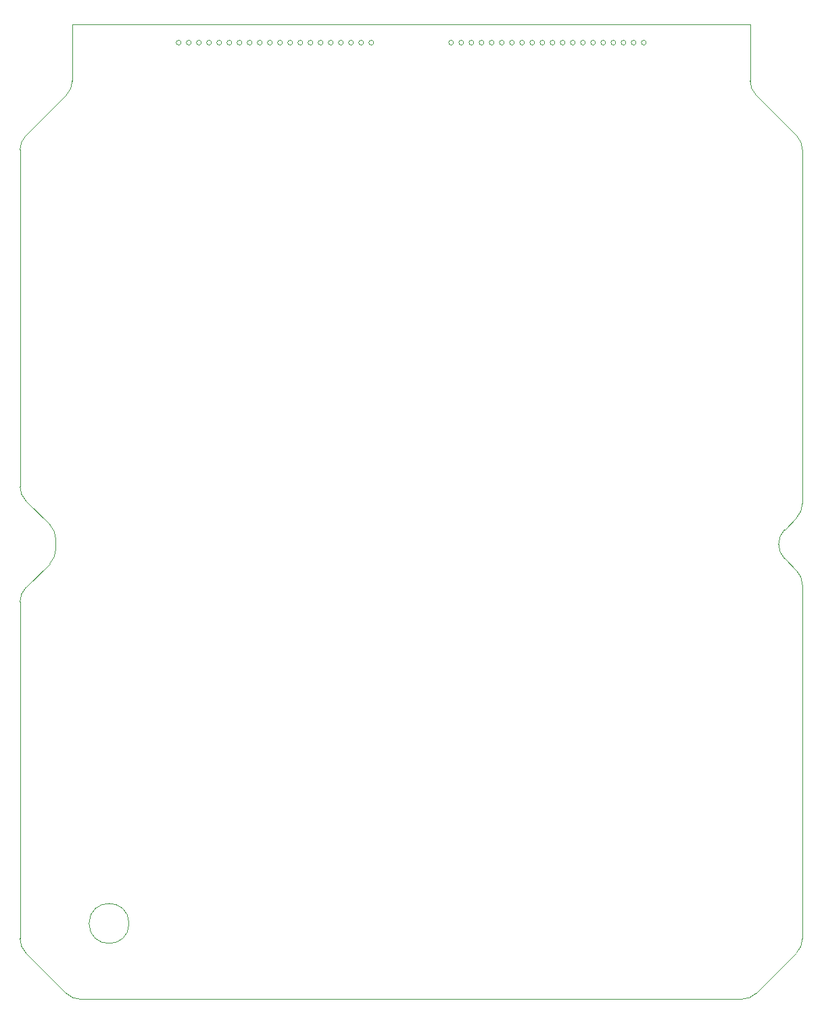
<source format=gm1>
G04*
G04 #@! TF.GenerationSoftware,Altium Limited,Altium Designer,24.1.2 (44)*
G04*
G04 Layer_Color=16711935*
%FSLAX44Y44*%
%MOMM*%
G71*
G04*
G04 #@! TF.SameCoordinates,39859149-EBAD-4231-980B-4E5C47F9036E*
G04*
G04*
G04 #@! TF.FilePolarity,Positive*
G04*
G01*
G75*
%ADD60C,0.1000*%
D60*
X1062171Y116833D02*
G03*
X1069493Y134510I-17678J17678D01*
G01*
X993728Y58746D02*
G03*
X1011406Y66068I0J25000D01*
G01*
X147580D02*
G03*
X165257Y58746I17678J17678D01*
G01*
X89493Y134510D02*
G03*
X96815Y116833I25000J0D01*
G01*
Y573599D02*
G03*
X89493Y555922I17678J-17678D01*
G01*
X126884Y603668D02*
G03*
X134206Y621346I-17678J17678D01*
G01*
Y634600D02*
G03*
X126884Y652278I-25000J0D01*
G01*
X89493Y700024D02*
G03*
X96815Y682347I25000J0D01*
G01*
Y1139113D02*
G03*
X89493Y1121435I17678J-17678D01*
G01*
X147580Y1189878D02*
G03*
X154902Y1207555I-17678J17678D01*
G01*
X1004084D02*
G03*
X1011406Y1189878I25000J0D01*
G01*
X1069493Y1121435D02*
G03*
X1062171Y1139113I-25000J0D01*
G01*
Y661133D02*
G03*
X1069493Y678811I-17678J17678D01*
G01*
X1047102Y646065D02*
G03*
X1039780Y628387I17678J-17678D01*
G01*
Y627559D02*
G03*
X1047102Y609881I25000J0D01*
G01*
X1069493Y577135D02*
G03*
X1062171Y594813I-25000J0D01*
G01*
X226033Y153513D02*
G03*
X226033Y153513I-25000J0D01*
G01*
X873793Y1255470D02*
G03*
X873793Y1255470I-3000J0D01*
G01*
X861093D02*
G03*
X861093Y1255470I-3000J0D01*
G01*
X848393D02*
G03*
X848393Y1255470I-3000J0D01*
G01*
X835693D02*
G03*
X835693Y1255470I-3000J0D01*
G01*
X822993D02*
G03*
X822993Y1255470I-3000J0D01*
G01*
X810293D02*
G03*
X810293Y1255470I-3000J0D01*
G01*
X797593D02*
G03*
X797593Y1255470I-3000J0D01*
G01*
X481693D02*
G03*
X481693Y1255470I-3000J0D01*
G01*
X468993D02*
G03*
X468993Y1255470I-3000J0D01*
G01*
X456293D02*
G03*
X456293Y1255470I-3000J0D01*
G01*
X443593D02*
G03*
X443593Y1255470I-3000J0D01*
G01*
X430893D02*
G03*
X430893Y1255470I-3000J0D01*
G01*
X418193D02*
G03*
X418193Y1255470I-3000J0D01*
G01*
X405493D02*
G03*
X405493Y1255470I-3000J0D01*
G01*
X392793D02*
G03*
X392793Y1255470I-3000J0D01*
G01*
X329293D02*
G03*
X329293Y1255470I-3000J0D01*
G01*
X316593D02*
G03*
X316593Y1255470I-3000J0D01*
G01*
X303893D02*
G03*
X303893Y1255470I-3000J0D01*
G01*
X632493D02*
G03*
X632493Y1255470I-3000J0D01*
G01*
X341993D02*
G03*
X341993Y1255470I-3000J0D01*
G01*
X354693D02*
G03*
X354693Y1255470I-3000J0D01*
G01*
X367393D02*
G03*
X367393Y1255470I-3000J0D01*
G01*
X380093D02*
G03*
X380093Y1255470I-3000J0D01*
G01*
X494393D02*
G03*
X494393Y1255470I-3000J0D01*
G01*
X507093D02*
G03*
X507093Y1255470I-3000J0D01*
G01*
X519793D02*
G03*
X519793Y1255470I-3000J0D01*
G01*
X532493D02*
G03*
X532493Y1255470I-3000J0D01*
G01*
X645193D02*
G03*
X645193Y1255470I-3000J0D01*
G01*
X657893D02*
G03*
X657893Y1255470I-3000J0D01*
G01*
X670593D02*
G03*
X670593Y1255470I-3000J0D01*
G01*
X683293D02*
G03*
X683293Y1255470I-3000J0D01*
G01*
X695993D02*
G03*
X695993Y1255470I-3000J0D01*
G01*
X708693D02*
G03*
X708693Y1255470I-3000J0D01*
G01*
X721393D02*
G03*
X721393Y1255470I-3000J0D01*
G01*
X734093D02*
G03*
X734093Y1255470I-3000J0D01*
G01*
X746793D02*
G03*
X746793Y1255470I-3000J0D01*
G01*
X759493D02*
G03*
X759493Y1255470I-3000J0D01*
G01*
X772193D02*
G03*
X772193Y1255470I-3000J0D01*
G01*
X784893D02*
G03*
X784893Y1255470I-3000J0D01*
G01*
X291193D02*
G03*
X291193Y1255470I-3000J0D01*
G01*
X1011406Y66068D02*
X1062171Y116833D01*
X165257Y58746D02*
X993728D01*
X96815Y116833D02*
X147580Y66068D01*
X89493Y134510D02*
Y555922D01*
X96815Y573599D02*
X126884Y603668D01*
X134206Y621346D02*
Y634600D01*
X96815Y682347D02*
X126884Y652278D01*
X89493Y700024D02*
Y1121435D01*
X96815Y1139113D02*
X147580Y1189878D01*
X154902Y1207555D02*
Y1277970D01*
X1004084D01*
Y1207555D02*
Y1277970D01*
X1011406Y1189878D02*
X1062171Y1139113D01*
X1069493Y678811D02*
Y1121435D01*
X1047102Y646065D02*
X1062171Y661133D01*
X1039780Y627559D02*
Y628387D01*
X1047102Y609881D02*
X1062171Y594813D01*
X1069493Y134510D02*
Y577135D01*
M02*

</source>
